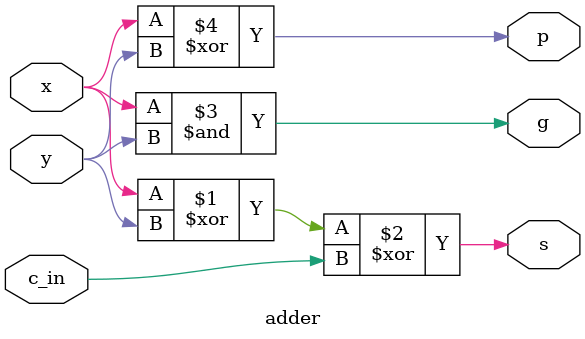
<source format=v>
module adder (x,y,c_in,g,p,s); // 1bit adder
	
	input wire x, y, c_in; // input operand : x, y  // input carry

	output wire g, p, s; // generated carry, propagated carry

	assign s =(x ^ y ^ c_in);
	assign g = x & y;
	assign p = x ^ y;

endmodule

</source>
